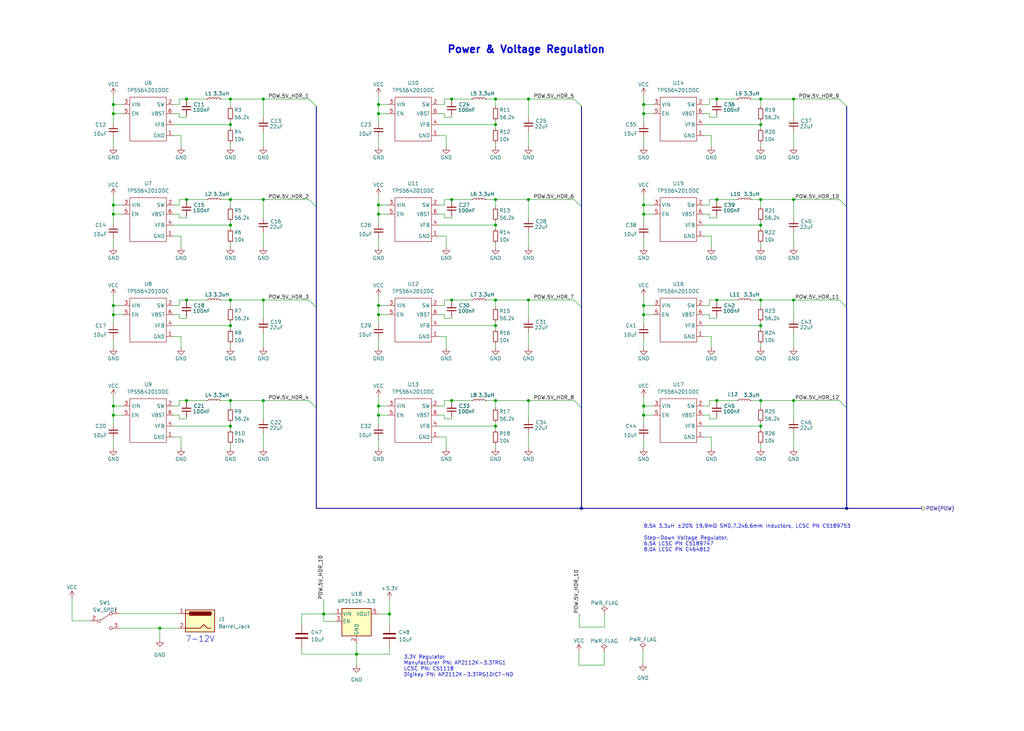
<source format=kicad_sch>
(kicad_sch (version 20230121) (generator eeschema)
  (paper "User" 355.6 254)
  (junction (at 275.59 139.192))
  (junction (at 248.92 139.192))
  (junction (at 264.16 69.342))
  (junction (at 91.44 34.417))
  (junction (at 183.515 69.342))
  (junction (at 248.92 34.417))
  (junction (at 80.01 34.417))
  (junction (at 172.085 113.157))
  (junction (at 39.37 36.322))
  (junction (at 64.77 104.267))
  (junction (at 91.44 104.267))
  (junction (at 80.01 139.192))
  (junction (at 135.255 213.36))
  (junction (at 248.92 104.267))
  (junction (at 156.845 34.417))
  (junction (at 64.77 34.417))
  (junction (at 264.16 34.417))
  (junction (at 183.515 34.417))
  (junction (at 264.16 148.082))
  (junction (at 112.395 213.36))
  (junction (at 80.01 148.082))
  (junction (at 172.085 148.082))
  (junction (at 172.085 104.267))
  (junction (at 223.52 74.422))
  (junction (at 264.16 113.157))
  (junction (at 223.52 39.497))
  (junction (at 91.44 69.342))
  (junction (at 223.52 141.097))
  (junction (at 39.37 109.347))
  (junction (at 39.37 74.422))
  (junction (at 264.16 139.192))
  (junction (at 248.92 69.342))
  (junction (at 80.01 104.267))
  (junction (at 156.845 69.342))
  (junction (at 39.37 141.097))
  (junction (at 131.445 71.247))
  (junction (at 39.37 71.247))
  (junction (at 201.93 176.657))
  (junction (at 172.085 34.417))
  (junction (at 131.445 74.422))
  (junction (at 156.845 104.267))
  (junction (at 172.085 78.232))
  (junction (at 80.01 43.307))
  (junction (at 264.16 78.232))
  (junction (at 123.825 227.33))
  (junction (at 39.37 39.497))
  (junction (at 223.52 106.172))
  (junction (at 223.52 144.272))
  (junction (at 131.445 106.172))
  (junction (at 91.44 139.192))
  (junction (at 172.085 43.307))
  (junction (at 131.445 39.497))
  (junction (at 223.52 109.347))
  (junction (at 275.59 69.342))
  (junction (at 80.01 69.342))
  (junction (at 80.01 78.232))
  (junction (at 223.52 36.322))
  (junction (at 172.085 69.342))
  (junction (at 39.37 106.172))
  (junction (at 264.16 104.267))
  (junction (at 80.01 113.157))
  (junction (at 294.005 176.657))
  (junction (at 55.499 218.313))
  (junction (at 156.845 139.192))
  (junction (at 264.16 43.307))
  (junction (at 131.445 144.272))
  (junction (at 275.59 34.417))
  (junction (at 131.445 141.097))
  (junction (at 183.515 104.267))
  (junction (at 275.59 104.267))
  (junction (at 64.77 69.342))
  (junction (at 131.445 36.322))
  (junction (at 223.52 71.247))
  (junction (at 64.77 139.192))
  (junction (at 39.37 144.272))
  (junction (at 131.445 109.347))
  (junction (at 183.515 139.192))
  (junction (at 172.085 139.192))
  (bus_entry (at 107.315 69.342) (size 2.54 2.54))
  (bus_entry (at 291.465 104.267) (size 2.54 2.54))
  (bus_entry (at 199.39 139.192) (size 2.54 2.54))
  (bus_entry (at 199.39 104.267) (size 2.54 2.54))
  (bus_entry (at 291.465 139.192) (size 2.54 2.54))
  (bus_entry (at 107.315 104.267) (size 2.54 2.54))
  (bus_entry (at 107.315 139.192) (size 2.54 2.54))
  (bus_entry (at 199.39 69.342) (size 2.54 2.54))
  (bus_entry (at 291.465 34.417) (size 2.54 2.54))
  (bus_entry (at 291.465 69.342) (size 2.54 2.54))
  (bus_entry (at 107.315 34.417) (size 2.54 2.54))
  (bus_entry (at 199.39 34.417) (size 2.54 2.54))
  (wire (pts (xy 80.01 113.157) (xy 80.01 114.427)))
  (wire (pts (xy 223.52 74.422) (xy 223.52 77.597)))
  (wire (pts (xy 168.91 139.192) (xy 172.085 139.192)))
  (wire (pts (xy 247.015 82.042) (xy 247.015 85.852)))
  (wire (pts (xy 64.77 104.267) (xy 64.77 104.902)))
  (wire (pts (xy 183.515 115.697) (xy 183.515 120.777)))
  (wire (pts (xy 264.16 78.232) (xy 264.16 79.502)))
  (wire (pts (xy 156.845 69.342) (xy 156.845 69.977)))
  (wire (pts (xy 60.325 144.272) (xy 62.23 144.272)))
  (wire (pts (xy 264.16 139.192) (xy 275.59 139.192)))
  (wire (pts (xy 264.16 69.342) (xy 275.59 69.342)))
  (wire (pts (xy 39.37 144.272) (xy 39.37 147.447)))
  (wire (pts (xy 80.01 34.417) (xy 91.44 34.417)))
  (wire (pts (xy 154.94 47.117) (xy 154.94 50.927)))
  (wire (pts (xy 152.4 74.422) (xy 154.305 74.422)))
  (wire (pts (xy 264.16 104.267) (xy 275.59 104.267)))
  (wire (pts (xy 168.91 104.267) (xy 172.085 104.267)))
  (wire (pts (xy 246.38 109.347) (xy 246.38 110.617)))
  (wire (pts (xy 172.085 49.657) (xy 172.085 50.927)))
  (wire (pts (xy 64.77 34.417) (xy 71.755 34.417)))
  (wire (pts (xy 131.445 144.272) (xy 134.62 144.272)))
  (wire (pts (xy 248.92 69.342) (xy 248.92 69.977)))
  (wire (pts (xy 154.305 74.422) (xy 154.305 75.692)))
  (wire (pts (xy 183.515 34.417) (xy 199.39 34.417)))
  (wire (pts (xy 131.445 152.527) (xy 131.445 155.702)))
  (wire (pts (xy 223.52 39.497) (xy 226.695 39.497)))
  (wire (pts (xy 80.01 76.962) (xy 80.01 78.232)))
  (wire (pts (xy 131.445 36.322) (xy 134.62 36.322)))
  (wire (pts (xy 64.77 139.192) (xy 71.755 139.192)))
  (wire (pts (xy 62.865 47.117) (xy 62.865 50.927)))
  (bus (pts (xy 109.855 176.657) (xy 201.93 176.657)))
  (wire (pts (xy 152.4 113.157) (xy 172.085 113.157)))
  (wire (pts (xy 80.01 104.267) (xy 91.44 104.267)))
  (wire (pts (xy 248.92 139.192) (xy 255.905 139.192)))
  (wire (pts (xy 223.52 144.272) (xy 223.52 147.447)))
  (wire (pts (xy 62.23 36.322) (xy 60.325 36.322)))
  (wire (pts (xy 131.445 109.347) (xy 131.445 112.522)))
  (wire (pts (xy 62.23 40.767) (xy 64.77 40.767)))
  (wire (pts (xy 264.16 69.342) (xy 264.16 71.882)))
  (wire (pts (xy 80.01 34.417) (xy 80.01 36.957)))
  (wire (pts (xy 62.865 151.892) (xy 62.865 155.702)))
  (wire (pts (xy 275.59 80.772) (xy 275.59 85.852)))
  (wire (pts (xy 64.77 75.692) (xy 64.77 75.057)))
  (wire (pts (xy 154.305 104.267) (xy 156.845 104.267)))
  (wire (pts (xy 246.38 74.422) (xy 246.38 75.692)))
  (wire (pts (xy 39.37 47.752) (xy 39.37 50.927)))
  (wire (pts (xy 62.23 139.192) (xy 62.23 141.097)))
  (wire (pts (xy 247.015 47.117) (xy 247.015 50.927)))
  (wire (pts (xy 39.37 106.172) (xy 42.545 106.172)))
  (wire (pts (xy 62.23 104.267) (xy 64.77 104.267)))
  (wire (pts (xy 60.325 109.347) (xy 62.23 109.347)))
  (wire (pts (xy 172.085 69.342) (xy 172.085 71.882)))
  (wire (pts (xy 64.77 69.342) (xy 64.77 69.977)))
  (wire (pts (xy 244.475 74.422) (xy 246.38 74.422)))
  (wire (pts (xy 104.775 213.36) (xy 104.775 217.17)))
  (wire (pts (xy 264.16 104.267) (xy 264.16 106.807)))
  (wire (pts (xy 80.01 84.582) (xy 80.01 85.852)))
  (wire (pts (xy 275.59 115.697) (xy 275.59 120.777)))
  (wire (pts (xy 275.59 69.342) (xy 291.465 69.342)))
  (wire (pts (xy 131.445 82.677) (xy 131.445 85.852)))
  (wire (pts (xy 152.4 47.117) (xy 154.94 47.117)))
  (bus (pts (xy 109.855 36.957) (xy 109.855 71.882)))
  (wire (pts (xy 264.16 154.432) (xy 264.16 155.702)))
  (wire (pts (xy 39.37 33.147) (xy 39.37 36.322)))
  (wire (pts (xy 31.369 215.773) (xy 25.019 215.773)))
  (wire (pts (xy 183.515 34.417) (xy 183.515 40.767)))
  (bus (pts (xy 109.855 106.807) (xy 109.855 141.732)))
  (wire (pts (xy 131.445 144.272) (xy 131.445 147.447)))
  (wire (pts (xy 80.01 139.192) (xy 80.01 141.732)))
  (wire (pts (xy 275.59 150.622) (xy 275.59 155.702)))
  (wire (pts (xy 131.445 74.422) (xy 134.62 74.422)))
  (wire (pts (xy 154.305 141.097) (xy 152.4 141.097)))
  (wire (pts (xy 131.445 74.422) (xy 131.445 77.597)))
  (wire (pts (xy 183.515 139.192) (xy 199.39 139.192)))
  (wire (pts (xy 152.4 148.082) (xy 172.085 148.082)))
  (wire (pts (xy 76.835 139.192) (xy 80.01 139.192)))
  (wire (pts (xy 60.325 113.157) (xy 80.01 113.157)))
  (wire (pts (xy 154.94 151.892) (xy 154.94 155.702)))
  (wire (pts (xy 152.4 109.347) (xy 154.305 109.347)))
  (wire (pts (xy 223.52 106.172) (xy 226.695 106.172)))
  (wire (pts (xy 168.91 34.417) (xy 172.085 34.417)))
  (bus (pts (xy 294.005 36.957) (xy 294.005 71.882)))
  (wire (pts (xy 80.01 111.887) (xy 80.01 113.157)))
  (wire (pts (xy 275.59 34.417) (xy 291.465 34.417)))
  (wire (pts (xy 91.44 80.772) (xy 91.44 85.852)))
  (wire (pts (xy 152.4 116.967) (xy 154.94 116.967)))
  (wire (pts (xy 39.37 71.247) (xy 39.37 74.422)))
  (wire (pts (xy 172.085 34.417) (xy 172.085 36.957)))
  (wire (pts (xy 64.77 139.192) (xy 64.77 139.827)))
  (wire (pts (xy 112.395 208.28) (xy 112.395 213.36)))
  (wire (pts (xy 131.445 47.752) (xy 131.445 50.927)))
  (wire (pts (xy 223.52 141.097) (xy 223.52 144.272)))
  (wire (pts (xy 154.305 110.617) (xy 156.845 110.617)))
  (wire (pts (xy 172.085 42.037) (xy 172.085 43.307)))
  (wire (pts (xy 247.015 116.967) (xy 247.015 120.777)))
  (bus (pts (xy 294.005 176.657) (xy 320.04 176.657)))
  (wire (pts (xy 172.085 119.507) (xy 172.085 120.777)))
  (wire (pts (xy 25.019 207.899) (xy 25.019 215.773)))
  (wire (pts (xy 112.395 213.36) (xy 104.775 213.36)))
  (wire (pts (xy 39.37 109.347) (xy 39.37 112.522)))
  (wire (pts (xy 154.305 69.342) (xy 156.845 69.342)))
  (wire (pts (xy 275.59 45.847) (xy 275.59 50.927)))
  (wire (pts (xy 223.52 71.247) (xy 223.52 74.422)))
  (wire (pts (xy 135.255 224.79) (xy 135.255 227.33)))
  (wire (pts (xy 131.445 137.922) (xy 131.445 141.097)))
  (wire (pts (xy 76.835 34.417) (xy 80.01 34.417)))
  (wire (pts (xy 223.52 106.172) (xy 223.52 109.347)))
  (wire (pts (xy 172.085 84.582) (xy 172.085 85.852)))
  (wire (pts (xy 244.475 148.082) (xy 264.16 148.082)))
  (wire (pts (xy 91.44 104.267) (xy 107.315 104.267)))
  (wire (pts (xy 39.37 152.527) (xy 39.37 155.702)))
  (wire (pts (xy 172.085 104.267) (xy 172.085 106.807)))
  (wire (pts (xy 248.92 34.417) (xy 248.92 35.052)))
  (wire (pts (xy 183.515 104.267) (xy 183.515 110.617)))
  (wire (pts (xy 154.305 69.342) (xy 154.305 71.247)))
  (wire (pts (xy 183.515 80.772) (xy 183.515 85.852)))
  (wire (pts (xy 62.23 145.542) (xy 64.77 145.542)))
  (wire (pts (xy 201.041 226.441) (xy 201.041 231.14)))
  (wire (pts (xy 131.445 102.997) (xy 131.445 106.172)))
  (wire (pts (xy 275.59 139.192) (xy 291.465 139.192)))
  (wire (pts (xy 248.92 75.692) (xy 248.92 75.057)))
  (wire (pts (xy 154.305 109.347) (xy 154.305 110.617)))
  (wire (pts (xy 39.37 117.602) (xy 39.37 120.777)))
  (wire (pts (xy 131.445 68.072) (xy 131.445 71.247)))
  (wire (pts (xy 248.92 69.342) (xy 255.905 69.342)))
  (wire (pts (xy 80.01 43.307) (xy 80.01 44.577)))
  (wire (pts (xy 39.37 102.997) (xy 39.37 106.172)))
  (wire (pts (xy 183.515 45.847) (xy 183.515 50.927)))
  (wire (pts (xy 39.37 74.422) (xy 42.545 74.422)))
  (wire (pts (xy 172.085 34.417) (xy 183.515 34.417)))
  (wire (pts (xy 209.931 217.932) (xy 201.168 217.932)))
  (wire (pts (xy 223.52 117.602) (xy 223.52 120.777)))
  (wire (pts (xy 264.16 84.582) (xy 264.16 85.852)))
  (wire (pts (xy 156.845 139.192) (xy 156.845 139.827)))
  (wire (pts (xy 264.16 49.657) (xy 264.16 50.927)))
  (wire (pts (xy 246.38 34.417) (xy 246.38 36.322)))
  (wire (pts (xy 131.445 71.247) (xy 134.62 71.247)))
  (wire (pts (xy 223.266 226.06) (xy 223.266 230.505)))
  (wire (pts (xy 246.38 40.767) (xy 248.92 40.767)))
  (wire (pts (xy 154.305 36.322) (xy 152.4 36.322)))
  (wire (pts (xy 80.01 139.192) (xy 91.44 139.192)))
  (wire (pts (xy 244.475 78.232) (xy 264.16 78.232)))
  (wire (pts (xy 60.325 39.497) (xy 62.23 39.497)))
  (wire (pts (xy 223.52 137.922) (xy 223.52 141.097)))
  (wire (pts (xy 246.38 139.192) (xy 246.38 141.097)))
  (wire (pts (xy 131.445 106.172) (xy 134.62 106.172)))
  (wire (pts (xy 62.23 69.342) (xy 64.77 69.342)))
  (wire (pts (xy 172.085 139.192) (xy 172.085 141.732)))
  (wire (pts (xy 156.845 34.417) (xy 163.83 34.417)))
  (wire (pts (xy 172.085 78.232) (xy 172.085 79.502)))
  (wire (pts (xy 264.16 34.417) (xy 264.16 36.957)))
  (wire (pts (xy 64.77 145.542) (xy 64.77 144.907)))
  (wire (pts (xy 80.01 69.342) (xy 91.44 69.342)))
  (wire (pts (xy 62.23 139.192) (xy 64.77 139.192)))
  (wire (pts (xy 156.845 110.617) (xy 156.845 109.982)))
  (wire (pts (xy 154.305 34.417) (xy 154.305 36.322)))
  (wire (pts (xy 154.94 82.042) (xy 154.94 85.852)))
  (bus (pts (xy 201.93 71.882) (xy 201.93 106.807)))
  (wire (pts (xy 60.325 43.307) (xy 80.01 43.307)))
  (wire (pts (xy 275.59 104.267) (xy 291.465 104.267)))
  (wire (pts (xy 248.92 34.417) (xy 255.905 34.417)))
  (wire (pts (xy 172.085 111.887) (xy 172.085 113.157)))
  (wire (pts (xy 156.845 104.267) (xy 156.845 104.902)))
  (wire (pts (xy 209.804 226.568) (xy 209.804 231.14)))
  (wire (pts (xy 116.205 215.9) (xy 112.395 215.9)))
  (wire (pts (xy 156.845 69.342) (xy 163.83 69.342)))
  (wire (pts (xy 264.16 76.962) (xy 264.16 78.232)))
  (wire (pts (xy 62.23 39.497) (xy 62.23 40.767)))
  (wire (pts (xy 131.445 71.247) (xy 131.445 74.422)))
  (wire (pts (xy 248.92 145.542) (xy 248.92 144.907)))
  (wire (pts (xy 264.16 42.037) (xy 264.16 43.307)))
  (wire (pts (xy 135.255 227.33) (xy 123.825 227.33)))
  (wire (pts (xy 264.16 146.812) (xy 264.16 148.082)))
  (wire (pts (xy 156.845 40.767) (xy 156.845 40.132)))
  (wire (pts (xy 152.4 144.272) (xy 154.305 144.272)))
  (wire (pts (xy 60.325 82.042) (xy 62.865 82.042)))
  (wire (pts (xy 264.16 111.887) (xy 264.16 113.157)))
  (wire (pts (xy 123.825 227.33) (xy 123.825 223.52)))
  (wire (pts (xy 152.4 43.307) (xy 172.085 43.307)))
  (wire (pts (xy 156.845 34.417) (xy 156.845 35.052)))
  (wire (pts (xy 260.985 34.417) (xy 264.16 34.417)))
  (wire (pts (xy 223.52 102.997) (xy 223.52 106.172)))
  (wire (pts (xy 223.52 47.752) (xy 223.52 50.927)))
  (wire (pts (xy 64.77 104.267) (xy 71.755 104.267)))
  (wire (pts (xy 104.775 227.33) (xy 123.825 227.33)))
  (wire (pts (xy 172.085 113.157) (xy 172.085 114.427)))
  (wire (pts (xy 172.085 104.267) (xy 183.515 104.267)))
  (wire (pts (xy 62.23 34.417) (xy 64.77 34.417)))
  (wire (pts (xy 39.37 109.347) (xy 42.545 109.347)))
  (wire (pts (xy 123.825 227.33) (xy 123.825 231.14)))
  (wire (pts (xy 223.52 36.322) (xy 223.52 39.497)))
  (wire (pts (xy 209.804 231.14) (xy 201.041 231.14)))
  (wire (pts (xy 60.325 47.117) (xy 62.865 47.117)))
  (wire (pts (xy 264.16 139.192) (xy 264.16 141.732)))
  (wire (pts (xy 152.4 82.042) (xy 154.94 82.042)))
  (wire (pts (xy 104.775 224.79) (xy 104.775 227.33)))
  (wire (pts (xy 223.52 68.072) (xy 223.52 71.247)))
  (wire (pts (xy 154.305 40.767) (xy 156.845 40.767)))
  (wire (pts (xy 172.085 139.192) (xy 183.515 139.192)))
  (wire (pts (xy 223.52 74.422) (xy 226.695 74.422)))
  (wire (pts (xy 91.44 104.267) (xy 91.44 110.617)))
  (wire (pts (xy 80.01 148.082) (xy 80.01 149.352)))
  (wire (pts (xy 62.23 71.247) (xy 60.325 71.247)))
  (wire (pts (xy 172.085 76.962) (xy 172.085 78.232)))
  (bus (pts (xy 109.855 71.882) (xy 109.855 106.807)))
  (wire (pts (xy 112.395 215.9) (xy 112.395 213.36)))
  (wire (pts (xy 168.91 69.342) (xy 172.085 69.342)))
  (wire (pts (xy 62.23 69.342) (xy 62.23 71.247)))
  (wire (pts (xy 244.475 43.307) (xy 264.16 43.307)))
  (wire (pts (xy 80.01 49.657) (xy 80.01 50.927)))
  (wire (pts (xy 154.305 139.192) (xy 154.305 141.097)))
  (wire (pts (xy 260.985 104.267) (xy 264.16 104.267)))
  (wire (pts (xy 248.92 104.267) (xy 248.92 104.902)))
  (wire (pts (xy 116.205 213.36) (xy 112.395 213.36)))
  (wire (pts (xy 246.38 71.247) (xy 244.475 71.247)))
  (wire (pts (xy 131.445 39.497) (xy 134.62 39.497)))
  (wire (pts (xy 244.475 109.347) (xy 246.38 109.347)))
  (wire (pts (xy 64.77 34.417) (xy 64.77 35.052)))
  (wire (pts (xy 39.37 39.497) (xy 42.545 39.497)))
  (wire (pts (xy 62.23 104.267) (xy 62.23 106.172)))
  (wire (pts (xy 131.445 141.097) (xy 131.445 144.272)))
  (wire (pts (xy 246.38 69.342) (xy 246.38 71.247)))
  (wire (pts (xy 91.44 69.342) (xy 107.315 69.342)))
  (wire (pts (xy 246.38 141.097) (xy 244.475 141.097)))
  (wire (pts (xy 223.52 109.347) (xy 226.695 109.347)))
  (wire (pts (xy 39.37 141.097) (xy 39.37 144.272)))
  (wire (pts (xy 39.37 137.922) (xy 39.37 141.097)))
  (wire (pts (xy 246.38 39.497) (xy 246.38 40.767)))
  (wire (pts (xy 131.445 36.322) (xy 131.445 39.497)))
  (wire (pts (xy 275.59 104.267) (xy 275.59 110.617)))
  (wire (pts (xy 244.475 116.967) (xy 247.015 116.967)))
  (wire (pts (xy 223.52 152.527) (xy 223.52 155.702)))
  (wire (pts (xy 154.305 144.272) (xy 154.305 145.542)))
  (wire (pts (xy 64.77 40.767) (xy 64.77 40.132)))
  (wire (pts (xy 76.835 104.267) (xy 80.01 104.267)))
  (wire (pts (xy 154.305 106.172) (xy 152.4 106.172)))
  (bus (pts (xy 294.005 141.732) (xy 294.005 176.657)))
  (bus (pts (xy 294.005 106.807) (xy 294.005 141.732)))
  (wire (pts (xy 152.4 78.232) (xy 172.085 78.232)))
  (wire (pts (xy 248.92 139.192) (xy 248.92 139.827)))
  (wire (pts (xy 183.515 69.342) (xy 183.515 75.692)))
  (wire (pts (xy 60.325 151.892) (xy 62.865 151.892)))
  (wire (pts (xy 62.23 106.172) (xy 60.325 106.172)))
  (wire (pts (xy 91.44 139.192) (xy 91.44 145.542)))
  (wire (pts (xy 80.01 154.432) (xy 80.01 155.702)))
  (wire (pts (xy 156.845 139.192) (xy 163.83 139.192)))
  (wire (pts (xy 39.37 144.272) (xy 42.545 144.272)))
  (wire (pts (xy 39.37 68.072) (xy 39.37 71.247)))
  (wire (pts (xy 246.38 110.617) (xy 248.92 110.617)))
  (wire (pts (xy 246.38 34.417) (xy 248.92 34.417)))
  (wire (pts (xy 183.515 139.192) (xy 183.515 145.542)))
  (wire (pts (xy 39.37 36.322) (xy 39.37 39.497)))
  (bus (pts (xy 201.93 36.957) (xy 201.93 71.882)))
  (wire (pts (xy 154.305 39.497) (xy 154.305 40.767)))
  (wire (pts (xy 62.865 116.967) (xy 62.865 120.777)))
  (wire (pts (xy 60.325 78.232) (xy 80.01 78.232)))
  (wire (pts (xy 80.01 119.507) (xy 80.01 120.777)))
  (wire (pts (xy 80.01 104.267) (xy 80.01 106.807)))
  (wire (pts (xy 183.515 104.267) (xy 199.39 104.267)))
  (wire (pts (xy 91.44 115.697) (xy 91.44 120.777)))
  (wire (pts (xy 223.52 39.497) (xy 223.52 42.672)))
  (wire (pts (xy 223.52 82.677) (xy 223.52 85.852)))
  (wire (pts (xy 246.38 106.172) (xy 244.475 106.172)))
  (wire (pts (xy 246.38 145.542) (xy 248.92 145.542)))
  (wire (pts (xy 209.931 213.36) (xy 209.931 217.932)))
  (wire (pts (xy 80.01 42.037) (xy 80.01 43.307)))
  (wire (pts (xy 244.475 82.042) (xy 247.015 82.042)))
  (wire (pts (xy 80.01 69.342) (xy 80.01 71.882)))
  (wire (pts (xy 260.985 69.342) (xy 264.16 69.342)))
  (wire (pts (xy 244.475 113.157) (xy 264.16 113.157)))
  (wire (pts (xy 223.52 144.272) (xy 226.695 144.272)))
  (bus (pts (xy 201.93 106.807) (xy 201.93 141.732)))
  (wire (pts (xy 131.445 33.147) (xy 131.445 36.322)))
  (wire (pts (xy 154.305 71.247) (xy 152.4 71.247)))
  (wire (pts (xy 131.445 117.602) (xy 131.445 120.777)))
  (wire (pts (xy 80.01 146.812) (xy 80.01 148.082)))
  (wire (pts (xy 156.845 75.692) (xy 156.845 75.057)))
  (wire (pts (xy 172.085 146.812) (xy 172.085 148.082)))
  (wire (pts (xy 62.865 82.042) (xy 62.865 85.852)))
  (wire (pts (xy 201.168 213.233) (xy 201.168 217.932)))
  (wire (pts (xy 60.325 74.422) (xy 62.23 74.422)))
  (wire (pts (xy 156.845 104.267) (xy 163.83 104.267)))
  (wire (pts (xy 248.92 104.267) (xy 255.905 104.267)))
  (wire (pts (xy 247.015 151.892) (xy 247.015 155.702)))
  (wire (pts (xy 264.16 113.157) (xy 264.16 114.427)))
  (wire (pts (xy 246.38 139.192) (xy 248.92 139.192)))
  (wire (pts (xy 76.835 69.342) (xy 80.01 69.342)))
  (wire (pts (xy 183.515 150.622) (xy 183.515 155.702)))
  (wire (pts (xy 131.445 141.097) (xy 134.62 141.097)))
  (bus (pts (xy 201.93 141.732) (xy 201.93 176.657)))
  (wire (pts (xy 172.085 43.307) (xy 172.085 44.577)))
  (wire (pts (xy 244.475 151.892) (xy 247.015 151.892)))
  (wire (pts (xy 55.499 218.313) (xy 55.499 222.123)))
  (wire (pts (xy 223.52 109.347) (xy 223.52 112.522)))
  (wire (pts (xy 154.305 75.692) (xy 156.845 75.692)))
  (wire (pts (xy 135.255 213.36) (xy 135.255 217.17)))
  (wire (pts (xy 41.529 218.313) (xy 55.499 218.313)))
  (wire (pts (xy 91.44 69.342) (xy 91.44 75.692)))
  (wire (pts (xy 244.475 144.272) (xy 246.38 144.272)))
  (wire (pts (xy 91.44 139.192) (xy 107.315 139.192)))
  (wire (pts (xy 154.305 104.267) (xy 154.305 106.172)))
  (bus (pts (xy 201.93 176.657) (xy 294.005 176.657)))
  (wire (pts (xy 246.38 104.267) (xy 248.92 104.267)))
  (wire (pts (xy 62.23 109.347) (xy 62.23 110.617)))
  (wire (pts (xy 39.37 36.322) (xy 42.545 36.322)))
  (wire (pts (xy 154.94 116.967) (xy 154.94 120.777)))
  (wire (pts (xy 39.37 74.422) (xy 39.37 77.597)))
  (wire (pts (xy 154.305 145.542) (xy 156.845 145.542)))
  (wire (pts (xy 62.23 74.422) (xy 62.23 75.692)))
  (wire (pts (xy 60.325 148.082) (xy 80.01 148.082)))
  (bus (pts (xy 109.855 141.732) (xy 109.855 176.657)))
  (wire (pts (xy 41.529 213.233) (xy 61.849 213.233)))
  (wire (pts (xy 80.01 78.232) (xy 80.01 79.502)))
  (wire (pts (xy 248.92 110.617) (xy 248.92 109.982)))
  (wire (pts (xy 246.38 36.322) (xy 244.475 36.322)))
  (wire (pts (xy 264.16 148.082) (xy 264.16 149.352)))
  (wire (pts (xy 223.52 141.097) (xy 226.695 141.097)))
  (wire (pts (xy 131.445 39.497) (xy 131.445 42.672)))
  (wire (pts (xy 39.37 39.497) (xy 39.37 42.672)))
  (wire (pts (xy 62.23 144.272) (xy 62.23 145.542)))
  (wire (pts (xy 131.445 106.172) (xy 131.445 109.347)))
  (wire (pts (xy 62.23 141.097) (xy 60.325 141.097)))
  (wire (pts (xy 223.52 71.247) (xy 226.695 71.247)))
  (wire (pts (xy 64.77 110.617) (xy 64.77 109.982)))
  (wire (pts (xy 172.085 148.082) (xy 172.085 149.352)))
  (wire (pts (xy 152.4 151.892) (xy 154.94 151.892)))
  (wire (pts (xy 62.23 34.417) (xy 62.23 36.322)))
  (wire (pts (xy 60.325 116.967) (xy 62.865 116.967)))
  (wire (pts (xy 223.52 33.147) (xy 223.52 36.322)))
  (wire (pts (xy 264.16 43.307) (xy 264.16 44.577)))
  (bus (pts (xy 294.005 71.882) (xy 294.005 106.807)))
  (wire (pts (xy 154.305 139.192) (xy 156.845 139.192)))
  (wire (pts (xy 223.52 36.322) (xy 226.695 36.322)))
  (wire (pts (xy 264.16 119.507) (xy 264.16 120.777)))
  (wire (pts (xy 91.44 150.622) (xy 91.44 155.702)))
  (wire (pts (xy 154.305 34.417) (xy 156.845 34.417)))
  (wire (pts (xy 135.255 208.28) (xy 135.255 213.36)))
  (wire (pts (xy 275.59 34.417) (xy 275.59 40.767)))
  (wire (pts (xy 62.23 110.617) (xy 64.77 110.617)))
  (wire (pts (xy 55.499 218.313) (xy 61.849 218.313)))
  (wire (pts (xy 264.16 34.417) (xy 275.59 34.417)))
  (wire (pts (xy 62.23 75.692) (xy 64.77 75.692)))
  (wire (pts (xy 39.37 71.247) (xy 42.545 71.247)))
  (wire (pts (xy 39.37 106.172) (xy 39.37 109.347)))
  (wire (pts (xy 244.475 39.497) (xy 246.38 39.497)))
  (wire (pts (xy 156.845 145.542) (xy 156.845 144.907)))
  (wire (pts (xy 246.38 69.342) (xy 248.92 69.342)))
  (wire (pts (xy 64.77 69.342) (xy 71.755 69.342)))
  (wire (pts (xy 260.985 139.192) (xy 264.16 139.192)))
  (wire (pts (xy 131.445 109.347) (xy 134.62 109.347)))
  (wire (pts (xy 39.37 82.677) (xy 39.37 85.852)))
  (wire (pts (xy 91.44 45.847) (xy 91.44 50.927)))
  (wire (pts (xy 131.445 213.36) (xy 135.255 213.36)))
  (wire (pts (xy 172.085 69.342) (xy 183.515 69.342)))
  (wire (pts (xy 91.44 34.417) (xy 107.315 34.417)))
  (wire (pts (xy 275.59 139.192) (xy 275.59 145.542)))
  (wire (pts (xy 246.38 144.272) (xy 246.38 145.542)))
  (wire (pts (xy 183.515 69.342) (xy 199.39 69.342)))
  (wire (pts (xy 244.475 47.117) (xy 247.015 47.117)))
  (wire (pts (xy 172.085 154.432) (xy 172.085 155.702)))
  (wire (pts (xy 248.92 40.767) (xy 248.92 40.132)))
  (wire (pts (xy 246.38 75.692) (xy 248.92 75.692)))
  (wire (pts (xy 152.4 39.497) (xy 154.305 39.497)))
  (wire (pts (xy 275.59 69.342) (xy 275.59 75.692)))
  (wire (pts (xy 39.37 141.097) (xy 42.545 141.097)))
  (wire (pts (xy 91.44 34.417) (xy 91.44 40.767)))
  (wire (pts (xy 246.38 104.267) (xy 246.38 106.172)))
  (text "7-12V" (at 64.389 223.393 0) (effects (font (size 2.032 2.032)) (justify left bottom)))
  (text "\n\n8.5A 3.3uH ±20% 19.9mΩ SMD,7.2x6.6mm Inductors, LCSC PN C5189753\n\nStep-Down Voltage Regulator, \n6.5A LCSC PN C5189747\n8.0A LCSC PN C464812" (at 223.52 191.897 0) (effects (font (size 1.27 1.27)) (justify left bottom)))
  (text "3.3V Regulator\nManufacturer PN: AP2112K-3.3TRG1\nLCSC PN: C51118\nDigikey PN: AP2112K-3.3TRG1DICT-ND " (at 140.208 235.331 0) (effects (font (size 1.27 1.27)) (justify left bottom)))
  (text "Power & Voltage Regulation" (at 155.194 18.796 0) (effects (font (size 2.54 2.54) (thickness 0.508) bold) (justify left bottom)))
  (label "POW.5V_HDR_10" (at 201.168 213.233 90))
  (label "POW.5V_HDR_9" (at 291.465 34.417 180))
  (label "POW.5V_HDR_1" (at 107.315 34.417 180))
  (label "POW.5V_HDR_7" (at 199.39 104.267 180))
  (label "POW.5V_HDR_8" (at 199.39 139.192 180))
  (label "POW.5V_HDR_2" (at 107.315 69.342 180))
  (label "POW.5V_HDR_11" (at 291.465 104.267 180))
  (label "POW.5V_HDR_4" (at 107.315 139.192 180))
  (label "POW.5V_HDR_3" (at 107.315 104.267 180))
  (label "POW.5V_HDR_10" (at 291.465 69.342 180))
  (label "POW.5V_HDR_12" (at 291.465 139.192 180))
  (label "POW.5V_HDR_10" (at 112.395 208.28 90))
  (label "POW.5V_HDR_6" (at 199.39 69.342 180))
  (label "POW.5V_HDR_5" (at 199.39 34.417 180))
  (hierarchical_label "POW{POW}" (shape output) (at 320.04 176.657 0))
  (symbol (lib_id "Device:C") (at 135.255 220.98 0) (unit 1)
    (property "Reference" "C48" (at 138.43 219.71 0) (effects (justify left)))
    (property "Value" "10uF" (at 138.43 222.25 0) (effects (justify left)))
    (property "Footprint" "Capacitor_SMD:C_0603_1608Metric" (effects hide))
  )
  (symbol (lib_id "Device:R_Small") (at 264.16 74.422 0) (unit 1)
    (property "Reference" "R21" (at 265.43 73.152 0) (effects (justify left)))
    (property "Value" "56.2k" (at 265.43 75.692 0) (effects (justify left)))
    (property "Footprint" "Resistor_SMD:R_0603_1608Metric" (effects hide))
  )
  (symbol (lib_id "arena_custom:TPS564201DDC") (at 51.435 76.327 0) (unit 1)
    (property "Reference" "U7" (at 51.435 63.754 0))
    (property "Value" "TPS564201DDC" (at 51.435 66.294 0))
    (property "Footprint" "Package_TO_SOT_SMD:SOT-23-6" (effects hide))
  )
  (symbol (lib_id "Device:C_Small") (at 183.515 148.082 180) (unit 1)
    (property "Reference" "C34" (at 189.865 146.812 0) (effects (justify left)))
    (property "Value" "22uF" (at 190.5 148.717 0) (effects (justify left)))
    (property "Footprint" "Capacitor_SMD:C_0603_1608Metric" (effects hide))
  )
  (symbol (lib_id "Device:C_Small") (at 131.445 149.987 0) (unit 1)
    (property "Reference" "C32" (at 125.095 148.082 0) (effects (justify left)))
    (property "Value" "10uF" (at 124.46 151.257 0) (effects (justify left)))
    (property "Footprint" "Capacitor_SMD:C_0603_1608Metric" (effects hide))
  )
  (symbol (lib_id "arena_custom:TPS564201DDC") (at 235.585 111.252 0) (unit 1)
    (property "Reference" "U16" (at 235.585 98.679 0))
    (property "Value" "TPS564201DDC" (at 235.585 101.219 0))
    (property "Footprint" "Package_TO_SOT_SMD:SOT-23-6" (effects hide))
  )
  (symbol (lib_id "arena_custom:TPS564201DDC") (at 51.435 41.402 0) (unit 1)
    (property "Reference" "U6" (at 51.435 28.829 0))
    (property "Value" "TPS564201DDC" (at 51.435 31.369 0))
    (property "Footprint" "Package_TO_SOT_SMD:SOT-23-6" (effects hide))
  )
  (symbol (lib_id "power:GND") (at 39.37 120.777 0) (unit 1)
    (property "Reference" "#PWR023" (effects hide))
    (property "Value" "GND" (at 39.37 124.587 0))
  )
  (symbol (lib_id "arena_custom:TPS564201DDC") (at 51.435 111.252 0) (unit 1)
    (property "Reference" "U8" (at 51.435 98.679 0))
    (property "Value" "TPS564201DDC" (at 51.435 101.219 0))
    (property "Footprint" "Package_TO_SOT_SMD:SOT-23-6" (effects hide))
  )
  (symbol (lib_id "Device:R_Small") (at 172.085 47.117 0) (unit 1)
    (property "Reference" "R12" (at 173.355 45.847 0) (effects (justify left)))
    (property "Value" "10k" (at 173.355 48.387 0) (effects (justify left)))
    (property "Footprint" "Resistor_SMD:R_0603_1608Metric" (effects hide))
  )
  (symbol (lib_id "Device:C_Small") (at 183.515 113.157 180) (unit 1)
    (property "Reference" "C31" (at 189.865 111.887 0) (effects (justify left)))
    (property "Value" "22uF" (at 190.5 113.792 0) (effects (justify left)))
    (property "Footprint" "Capacitor_SMD:C_0603_1608Metric" (effects hide))
  )
  (symbol (lib_id "Device:C_Small") (at 275.59 43.307 180) (unit 1)
    (property "Reference" "C37" (at 281.94 42.037 0) (effects (justify left)))
    (property "Value" "22uF" (at 282.575 43.942 0) (effects (justify left)))
    (property "Footprint" "Capacitor_SMD:C_0603_1608Metric" (effects hide))
  )
  (symbol (lib_id "Device:C_Small") (at 275.59 78.232 180) (unit 1)
    (property "Reference" "C40" (at 281.94 76.962 0) (effects (justify left)))
    (property "Value" "22uF" (at 282.575 78.867 0) (effects (justify left)))
    (property "Footprint" "Capacitor_SMD:C_0603_1608Metric" (effects hide))
  )
  (symbol (lib_id "power:GND") (at 62.865 85.852 0) (unit 1)
    (property "Reference" "#PWR031" (effects hide))
    (property "Value" "GND" (at 62.865 89.662 0))
  )
  (symbol (lib_id "Device:C_Small") (at 64.77 72.517 180) (unit 1)
    (property "Reference" "C15" (at 71.12 71.247 0) (effects (justify left)))
    (property "Value" "100nF" (at 73.025 73.152 0) (effects (justify left)))
    (property "Footprint" "Capacitor_SMD:C_0603_1608Metric" (effects hide))
  )
  (symbol (lib_id "power:GND") (at 62.865 120.777 0) (unit 1)
    (property "Reference" "#PWR032" (effects hide))
    (property "Value" "GND" (at 62.865 124.587 0))
  )
  (symbol (lib_id "arena_custom:TPS564201DDC") (at 143.51 146.177 0) (unit 1)
    (property "Reference" "U13" (at 143.51 133.604 0))
    (property "Value" "TPS564201DDC" (at 143.51 136.144 0))
    (property "Footprint" "Package_TO_SOT_SMD:SOT-23-6" (effects hide))
  )
  (symbol (lib_id "Device:L_Small") (at 258.445 34.417 90) (unit 1)
    (property "Reference" "L9" (at 256.54 32.512 90))
    (property "Value" "3.3uH" (at 260.985 32.512 90))
    (property "Footprint" "arena_custom:CYA0650_3P3UH" (effects hide))
  )
  (symbol (lib_id "Device:C_Small") (at 91.44 43.307 180) (unit 1)
    (property "Reference" "C13" (at 97.79 42.037 0) (effects (justify left)))
    (property "Value" "22uF" (at 98.425 43.942 0) (effects (justify left)))
    (property "Footprint" "Capacitor_SMD:C_0603_1608Metric" (effects hide))
  )
  (symbol (lib_id "power:GND") (at 91.44 50.927 0) (unit 1)
    (property "Reference" "#PWR054" (effects hide))
    (property "Value" "GND" (at 91.44 54.737 0))
  )
  (symbol (lib_id "power:GND") (at 223.52 120.777 0) (unit 1)
    (property "Reference" "#PWR098" (effects hide))
    (property "Value" "GND" (at 223.52 124.587 0))
  )
  (symbol (lib_id "Device:R_Small") (at 264.16 116.967 0) (unit 1)
    (property "Reference" "R24" (at 265.43 115.697 0) (effects (justify left)))
    (property "Value" "10k" (at 265.43 118.237 0) (effects (justify left)))
    (property "Footprint" "Resistor_SMD:R_0603_1608Metric" (effects hide))
  )
  (symbol (lib_id "arena_custom:TPS564201DDC") (at 235.585 146.177 0) (unit 1)
    (property "Reference" "U17" (at 235.585 133.604 0))
    (property "Value" "TPS564201DDC" (at 235.585 136.144 0))
    (property "Footprint" "Package_TO_SOT_SMD:SOT-23-6" (effects hide))
  )
  (symbol (lib_id "Device:R_Small") (at 80.01 74.422 0) (unit 1)
    (property "Reference" "R5" (at 81.28 73.152 0) (effects (justify left)))
    (property "Value" "56.2k" (at 81.28 75.692 0) (effects (justify left)))
    (property "Footprint" "Resistor_SMD:R_0603_1608Metric" (effects hide))
  )
  (symbol (lib_id "power:GND") (at 91.44 120.777 0) (unit 1)
    (property "Reference" "#PWR058" (effects hide))
    (property "Value" "GND" (at 91.44 124.587 0))
  )
  (symbol (lib_id "power:GND") (at 247.015 50.927 0) (unit 1)
    (property "Reference" "#PWR0101" (effects hide))
    (property "Value" "GND" (at 247.015 54.737 0))
  )
  (symbol (lib_id "Device:C_Small") (at 275.59 113.157 180) (unit 1)
    (property "Reference" "C43" (at 281.94 111.887 0) (effects (justify left)))
    (property "Value" "22uF" (at 282.575 113.792 0) (effects (justify left)))
    (property "Footprint" "Capacitor_SMD:C_0603_1608Metric" (effects hide))
  )
  (symbol (lib_id "power:GND") (at 154.94 120.777 0) (unit 1)
    (property "Reference" "#PWR083" (effects hide))
    (property "Value" "GND" (at 154.94 124.587 0))
  )
  (symbol (lib_id "power:VCC") (at 39.37 68.072 0) (unit 1)
    (property "Reference" "#PWR012" (effects hide))
    (property "Value" "VCC" (at 39.37 64.262 0))
  )
  (symbol (lib_id "power:VCC") (at 223.52 137.922 0) (unit 1)
    (property "Reference" "#PWR099" (effects hide))
    (property "Value" "VCC" (at 223.52 134.112 0))
  )
  (symbol (lib_id "Device:L_Small") (at 166.37 104.267 90) (unit 1)
    (property "Reference" "L7" (at 164.465 102.362 90))
    (property "Value" "3.3uH" (at 168.91 102.362 90))
    (property "Footprint" "arena_custom:CYA0650_3P3UH" (effects hide))
  )
  (symbol (lib_id "Device:C_Small") (at 156.845 142.367 180) (unit 1)
    (property "Reference" "C33" (at 163.195 141.097 0) (effects (justify left)))
    (property "Value" "100nF" (at 165.1 143.002 0) (effects (justify left)))
    (property "Footprint" "Capacitor_SMD:C_0603_1608Metric" (effects hide))
  )
  (symbol (lib_id "power:GND") (at 39.37 50.927 0) (unit 1)
    (property "Reference" "#PWR06" (effects hide))
    (property "Value" "GND" (at 39.37 54.737 0))
  )
  (symbol (lib_id "Device:R_Small") (at 80.01 47.117 0) (unit 1)
    (property "Reference" "R4" (at 81.28 45.847 0) (effects (justify left)))
    (property "Value" "10k" (at 81.28 48.387 0) (effects (justify left)))
    (property "Footprint" "Resistor_SMD:R_0603_1608Metric" (effects hide))
  )
  (symbol (lib_id "Device:R_Small") (at 172.085 144.272 0) (unit 1)
    (property "Reference" "R17" (at 173.355 143.002 0) (effects (justify left)))
    (property "Value" "56.2k" (at 173.355 145.542 0) (effects (justify left)))
    (property "Footprint" "Resistor_SMD:R_0603_1608Metric" (effects hide))
  )
  (symbol (lib_id "arena_custom:TPS564201DDC") (at 143.51 41.402 0) (unit 1)
    (property "Reference" "U10" (at 143.51 28.829 0))
    (property "Value" "TPS564201DDC" (at 143.51 31.369 0))
    (property "Footprint" "Package_TO_SOT_SMD:SOT-23-6" (effects hide))
  )
  (symbol (lib_id "power:+3.3V") (at 135.255 208.28 0) (mirror y) (unit 1)
    (property "Reference" "#PWR016" (effects hide))
    (property "Value" "+3.3V" (at 135.255 204.47 0))
  )
  (symbol (lib_id "power:GND") (at 91.44 85.852 0) (unit 1)
    (property "Reference" "#PWR056" (effects hide))
    (property "Value" "GND" (at 91.44 89.662 0))
  )
  (symbol (lib_id "Device:L_Small") (at 258.445 69.342 90) (unit 1)
    (property "Reference" "L10" (at 255.397 67.437 90))
    (property "Value" "3.3uH" (at 260.985 67.437 90))
    (property "Footprint" "arena_custom:CYA0650_3P3UH" (effects hide))
  )
  (symbol (lib_id "Device:R_Small") (at 80.01 144.272 0) (unit 1)
    (property "Reference" "R9" (at 81.28 143.002 0) (effects (justify left)))
    (property "Value" "56.2k" (at 81.28 145.542 0) (effects (justify left)))
    (property "Footprint" "Resistor_SMD:R_0603_1608Metric" (effects hide))
  )
  (symbol (lib_id "power:VCC") (at 223.52 102.997 0) (unit 1)
    (property "Reference" "#PWR097" (effects hide))
    (property "Value" "VCC" (at 223.52 99.187 0))
  )
  (symbol (lib_id "power:VCC") (at 201.041 226.441 0) (unit 1)
    (property "Reference" "#PWR04" (effects hide))
    (property "Value" "VCC" (at 201.041 222.631 0))
  )
  (symbol (lib_id "power:GND") (at 264.16 85.852 0) (unit 1)
    (property "Reference" "#PWR0106" (effects hide))
    (property "Value" "GND" (at 264.16 89.662 0))
  )
  (symbol (lib_id "power:VCC") (at 39.37 102.997 0) (unit 1)
    (property "Reference" "#PWR022" (effects hide))
    (property "Value" "VCC" (at 39.37 99.187 0))
  )
  (symbol (lib_id "power:GND") (at 183.515 120.777 0) (unit 1)
    (property "Reference" "#PWR091" (effects hide))
    (property "Value" "GND" (at 183.515 124.587 0))
  )
  (symbol (lib_id "Device:C_Small") (at 248.92 107.442 180) (unit 1)
    (property "Reference" "C42" (at 255.27 106.172 0) (effects (justify left)))
    (property "Value" "100nF" (at 257.175 108.077 0) (effects (justify left)))
    (property "Footprint" "Capacitor_SMD:C_0603_1608Metric" (effects hide))
  )
  (symbol (lib_id "power:GND") (at 80.01 85.852 0) (unit 1)
    (property "Reference" "#PWR042" (effects hide))
    (property "Value" "GND" (at 80.01 89.662 0))
  )
  (symbol (lib_id "power:PWR_FLAG") (at 209.931 213.36 0) (unit 1)
    (property "Reference" "#FLG04" (effects hide))
    (property "Value" "PWR_FLAG" (at 209.931 209.55 0))
  )
  (symbol (lib_id "power:GND") (at 80.01 120.777 0) (unit 1)
    (property "Reference" "#PWR050" (effects hide))
    (property "Value" "GND" (at 80.01 124.587 0))
  )
  (symbol (lib_id "Device:L_Small") (at 74.295 69.342 90) (unit 1)
    (property "Reference" "L2" (at 72.39 67.437 90))
    (property "Value" "3.3uH" (at 76.835 67.437 90))
    (property "Footprint" "arena_custom:CYA0650_3P3UH" (effects hide))
  )
  (symbol (lib_id "power:GND") (at 131.445 85.852 0) (unit 1)
    (property "Reference" "#PWR075" (effects hide))
    (property "Value" "GND" (at 131.445 89.662 0))
  )
  (symbol (lib_id "Device:C_Small") (at 39.37 115.062 0) (unit 1)
    (property "Reference" "C17" (at 33.02 113.157 0) (effects (justify left)))
    (property "Value" "10uF" (at 32.385 116.332 0) (effects (justify left)))
    (property "Footprint" "Capacitor_SMD:C_0603_1608Metric" (effects hide))
  )
  (symbol (lib_id "arena_custom:TPS564201DDC") (at 51.435 146.177 0) (unit 1)
    (property "Reference" "U9" (at 51.435 133.604 0))
    (property "Value" "TPS564201DDC" (at 51.435 136.144 0))
    (property "Footprint" "Package_TO_SOT_SMD:SOT-23-6" (effects hide))
  )
  (symbol (lib_id "Device:C_Small") (at 156.845 37.592 180) (unit 1)
    (property "Reference" "C24" (at 163.195 36.322 0) (effects (justify left)))
    (property "Value" "100nF" (at 165.1 38.227 0) (effects (justify left)))
    (property "Footprint" "Capacitor_SMD:C_0603_1608Metric" (effects hide))
  )
  (symbol (lib_id "power:GND") (at 223.52 85.852 0) (unit 1)
    (property "Reference" "#PWR096" (effects hide))
    (property "Value" "GND" (at 223.52 89.662 0))
  )
  (symbol (lib_id "Device:L_Small") (at 166.37 139.192 90) (unit 1)
    (property "Reference" "L8" (at 164.465 137.287 90))
    (property "Value" "3.3uH" (at 168.91 137.287 90))
    (property "Footprint" "arena_custom:CYA0650_3P3UH" (effects hide))
  )
  (symbol (lib_id "Device:C_Small") (at 131.445 115.062 0) (unit 1)
    (property "Reference" "C29" (at 125.095 113.157 0) (effects (justify left)))
    (property "Value" "10uF" (at 124.46 116.332 0) (effects (justify left)))
    (property "Footprint" "Capacitor_SMD:C_0603_1608Metric" (effects hide))
  )
  (symbol (lib_id "Connector:Barrel_Jack") (at 69.469 215.773 0) (mirror y) (unit 1)
    (property "Reference" "J1" (at 75.819 215.138 0) (effects (justify right)))
    (property "Value" "Barrel_Jack" (at 75.819 217.678 0) (effects (justify right)))
    (property "Footprint" "arena_custom:DCJACK_2PIN_HIGHCURRENT" (effects hide))
  )
  (symbol (lib_id "Device:R_Small") (at 264.16 109.347 0) (unit 1)
    (property "Reference" "R23" (at 265.43 108.077 0) (effects (justify left)))
    (property "Value" "56.2k" (at 265.43 110.617 0) (effects (justify left)))
    (property "Footprint" "Resistor_SMD:R_0603_1608Metric" (effects hide))
  )
  (symbol (lib_id "arena_custom:TPS564201DDC") (at 235.585 76.327 0) (unit 1)
    (property "Reference" "U15" (at 235.585 63.754 0))
    (property "Value" "TPS564201DDC" (at 235.585 66.294 0))
    (property "Footprint" "Package_TO_SOT_SMD:SOT-23-6" (effects hide))
  )
  (symbol (lib_id "power:VCC") (at 131.445 33.147 0) (unit 1)
    (property "Reference" "#PWR066" (effects hide))
    (property "Value" "VCC" (at 131.445 29.337 0))
  )
  (symbol (lib_id "power:GND") (at 123.825 231.14 0) (unit 1)
    (property "Reference" "#PWR07" (effects hide))
    (property "Value" "GND" (at 123.825 236.22 0))
  )
  (symbol (lib_id "power:VCC") (at 223.52 33.147 0) (unit 1)
    (property "Reference" "#PWR093" (effects hide))
    (property "Value" "VCC" (at 223.52 29.337 0))
  )
  (symbol (lib_id "Device:R_Small") (at 264.16 39.497 0) (unit 1)
    (property "Reference" "R19" (at 265.43 38.227 0) (effects (justify left)))
    (property "Value" "56.2k" (at 265.43 40.767 0) (effects (justify left)))
    (property "Footprint" "Resistor_SMD:R_0603_1608Metric" (effects hide))
  )
  (symbol (lib_id "power:GND") (at 172.085 120.777 0) (unit 1)
    (property "Reference" "#PWR087" (effects hide))
    (property "Value" "GND" (at 172.085 124.587 0))
  )
  (symbol (lib_id "power:VCC") (at 131.445 137.922 0) (unit 1)
    (property "Reference" "#PWR079" (effects hide))
    (property "Value" "VCC" (at 131.445 134.112 0))
  )
  (symbol (lib_id "Switch:SW_SPDT") (at 36.449 215.773 0) (unit 1)
    (property "Reference" "SW1" (at 36.449 209.423 0))
    (property "Value" "SW_SPDT" (at 36.449 211.963 0))
    (property "Footprint" "arena_custom:slide_switch" (effects hide))
  )
  (symbol (lib_id "Device:C_Small") (at 39.37 45.212 0) (unit 1)
    (property "Reference" "C12" (at 33.02 43.307 0) (effects (justify left)))
    (property "Value" "10uF" (at 32.385 46.482 0) (effects (justify left)))
    (property "Footprint" "Capacitor_SMD:C_0603_1608Metric" (effects hide))
  )
  (symbol (lib_id "power:GND") (at 183.515 50.927 0) (unit 1)
    (property "Reference" "#PWR089" (effects hide))
    (property "Value" "GND" (at 183.515 54.737 0))
  )
  (symbol (lib_id "power:GND") (at 39.37 155.702 0) (unit 1)
    (property "Reference" "#PWR027" (effects hide))
    (property "Value" "GND" (at 39.37 159.512 0))
  )
  (symbol (lib_id "Device:C_Small") (at 183.515 78.232 180) (unit 1)
    (property "Reference" "C28" (at 189.865 76.962 0) (effects (justify left)))
    (property "Value" "22uF" (at 190.5 78.867 0) (effects (justify left)))
    (property "Footprint" "Capacitor_SMD:C_0603_1608Metric" (effects hide))
  )
  (symbol (lib_id "power:VCC") (at 223.52 68.072 0) (unit 1)
    (property "Reference" "#PWR095" (effects hide))
    (property "Value" "VCC" (at 223.52 64.262 0))
  )
  (symbol (lib_id "Device:C_Small") (at 223.52 80.137 0) (unit 1)
    (property "Reference" "C38" (at 217.17 78.232 0) (effects (justify left)))
    (property "Value" "10uF" (at 216.535 81.407 0) (effects (justify left)))
    (property "Footprint" "Capacitor_SMD:C_0603_1608Metric" (effects hide))
  )
  (symbol (lib_id "Device:C_Small") (at 156.845 107.442 180) (unit 1)
    (property "Reference" "C30" (at 163.195 106.172 0) (effects (justify left)))
    (property "Value" "100nF" (at 165.1 108.077 0) (effects (justify left)))
    (property "Footprint" "Capacitor_SMD:C_0603_1608Metric" (effects hide))
  )
  (symbol (lib_id "power:GND") (at 172.085 155.702 0) (unit 1)
    (property "Reference" "#PWR088" (effects hide))
    (property "Value" "GND" (at 172.085 159.512 0))
  )
  (symbol (lib_id "Device:C_Small") (at 248.92 72.517 180) (unit 1)
    (property "Reference" "C39" (at 255.27 71.247 0) (effects (justify left)))
    (property "Value" "100nF" (at 257.175 73.152 0) (effects (justify left)))
    (property "Footprint" "Capacitor_SMD:C_0603_1608Metric" (effects hide))
  )
  (symbol (lib_id "Device:R_Small") (at 172.085 39.497 0) (unit 1)
    (property "Reference" "R11" (at 173.355 38.227 0) (effects (justify left)))
    (property "Value" "56.2k" (at 173.355 40.767 0) (effects (justify left)))
    (property "Footprint" "Resistor_SMD:R_0603_1608Metric" (effects hide))
  )
  (symbol (lib_id "power:GND") (at 131.445 50.927 0) (unit 1)
    (property "Reference" "#PWR070" (effects hide))
    (property "Value" "GND" (at 131.445 54.737 0))
  )
  (symbol (lib_id "arena_custom:TPS564201DDC") (at 143.51 76.327 0) (unit 1)
    (property "Reference" "U11" (at 143.51 63.754 0))
    (property "Value" "TPS564201DDC" (at 143.51 66.294 0))
    (property "Footprint" "Package_TO_SOT_SMD:SOT-23-6" (effects hide))
  )
  (symbol (lib_id "power:GND") (at 131.445 120.777 0) (unit 1)
    (property "Reference" "#PWR078" (effects hide))
    (property "Value" "GND" (at 131.445 124.587 0))
  )
  (symbol (lib_id "power:VCC") (at 39.37 33.147 0) (unit 1)
    (property "Reference" "#PWR02" (effects hide))
    (property "Value" "VCC" (at 39.37 29.337 0))
  )
  (symbol (lib_id "power:GND") (at 131.445 155.702 0) (unit 1)
    (property "Reference" "#PWR080" (effects hide))
    (property "Value" "GND" (at 131.445 159.512 0))
  )
  (symbol (lib_id "Device:C_Small") (at 248.92 37.592 180) (unit 1)
    (property "Reference" "C36" (at 255.27 36.322 0) (effects (justify left)))
    (property "Value" "100nF" (at 257.175 38.227 0) (effects (justify left)))
    (property "Footprint" "Capacitor_SMD:C_0603_1608Metric" (effects hide))
  )
  (symbol (lib_id "Device:C_Small") (at 91.44 78.232 180) (unit 1)
    (property "Reference" "C16" (at 97.79 76.962 0) (effects (justify left)))
    (property "Value" "22uF" (at 98.425 78.867 0) (effects (justify left)))
    (property "Footprint" "Capacitor_SMD:C_0603_1608Metric" (effects hide))
  )
  (symbol (lib_id "power:GND") (at 39.37 85.852 0) (unit 1)
    (property "Reference" "#PWR021" (effects hide))
    (property "Value" "GND" (at 39.37 89.662 0))
  )
  (symbol (lib_id "power:GND") (at 264.16 50.927 0) (unit 1)
    (property "Reference" "#PWR0105" (effects hide))
    (property "Value" "GND" (at 264.16 54.737 0))
  )
  (symbol (lib_id "Device:C_Small") (at 275.59 148.082 180) (unit 1)
    (property "Reference" "C46" (at 281.94 146.812 0) (effects (justify left)))
    (property "Value" "22uF" (at 282.575 148.717 0) (effects (justify left)))
    (property "Footprint" "Capacitor_SMD:C_0603_1608Metric" (effects hide))
  )
  (symbol (lib_id "power:GND") (at 154.94 155.702 0) (unit 1)
    (property "Reference" "#PWR084" (effects hide))
    (property "Value" "GND" (at 154.94 159.512 0))
  )
  (symbol (lib_id "power:GND") (at 154.94 85.852 0) (unit 1)
    (property "Reference" "#PWR082" (effects hide))
    (property "Value" "GND" (at 154.94 89.662 0))
  )
  (symbol (lib_id "Device:R_Small") (at 264.16 151.892 0) (unit 1)
    (property "Reference" "R26" (at 265.43 150.622 0) (effects (justify left)))
    (property "Value" "10k" (at 265.43 153.162 0) (effects (justify left)))
    (property "Footprint" "Resistor_SMD:R_0603_1608Metric" (effects hide))
  )
  (symbol (lib_id "Device:C_Small") (at 223.52 115.062 0) (unit 1)
    (property "Reference" "C41" (at 217.17 113.157 0) (effects (justify left)))
    (property "Value" "10uF" (at 216.535 116.332 0) (effects (justify left)))
    (property "Footprint" "Capacitor_SMD:C_0603_1608Metric" (effects hide))
  )
  (symbol (lib_id "arena_custom:TPS564201DDC") (at 235.585 41.402 0) (unit 1)
    (property "Reference" "U14" (at 235.585 28.829 0))
    (property "Value" "TPS564201DDC" (at 235.585 31.369 0))
    (property "Footprint" "Package_TO_SOT_SMD:SOT-23-6" (effects hide))
  )
  (symbol (lib_id "power:GND") (at 275.59 120.777 0) (unit 1)
    (property "Reference" "#PWR0111" (effects hide))
    (property "Value" "GND" (at 275.59 124.587 0))
  )
  (symbol (lib_id "power:GND") (at 183.515 85.852 0) (unit 1)
    (property "Reference" "#PWR090" (effects hide))
    (property "Value" "GND" (at 183.515 89.662 0))
  )
  (symbol (lib_id "power:VCC") (at 131.445 102.997 0) (unit 1)
    (property "Reference" "#PWR076" (effects hide))
    (property "Value" "VCC" (at 131.445 99.187 0))
  )
  (symbol (lib_id "power:VCC") (at 39.37 137.922 0) (unit 1)
    (property "Reference" "#PWR024" (effects hide))
    (property "Value" "VCC" (at 39.37 134.112 0))
  )
  (symbol (lib_id "power:GND") (at 247.015 120.777 0) (unit 1)
    (property "Reference" "#PWR0103" (effects hide))
    (property "Value" "GND" (at 247.015 124.587 0))
  )
  (symbol (lib_id "Device:C_Small") (at 223.52 149.987 0) (unit 1)
    (property "Reference" "C44" (at 217.17 148.082 0) (effects (justify left)))
    (property "Value" "10uF" (at 216.535 151.257 0) (effects (justify left)))
    (property "Footprint" "Capacitor_SMD:C_0603_1608Metric" (effects hide))
  )
  (symbol (lib_id "Device:L_Small") (at 74.295 139.192 90) (unit 1)
    (property "Reference" "L4" (at 72.39 137.287 90))
    (property "Value" "3.3uH" (at 76.835 137.287 90))
    (property "Footprint" "arena_custom:CYA0650_3P3UH" (effects hide))
  )
  (symbol (lib_id "Device:R_Small") (at 80.01 116.967 0) (unit 1)
    (property "Reference" "R8" (at 81.28 115.697 0) (effects (justify left)))
    (property "Value" "10k" (at 81.28 118.237 0) (effects (justify left)))
    (property "Footprint" "Resistor_SMD:R_0603_1608Metric" (effects hide))
  )
  (symbol (lib_id "power:VCC") (at 25.019 207.899 0) (unit 1)
    (property "Reference" "#PWR073" (effects hide))
    (property "Value" "VCC" (at 25.019 204.089 0))
  )
  (symbol (lib_id "Device:C_Small") (at 131.445 45.212 0) (unit 1)
    (property "Reference" "C23" (at 125.095 43.307 0) (effects (justify left)))
    (property "Value" "10uF" (at 124.46 46.482 0) (effects (justify left)))
    (property "Footprint" "Capacitor_SMD:C_0603_1608Metric" (effects hide))
  )
  (symbol (lib_id "power:GND") (at 55.499 222.123 0) (unit 1)
    (property "Reference" "#PWR077" (effects hide))
    (property "Value" "GND" (at 55.499 227.584 0))
  )
  (symbol (lib_id "Device:R_Small") (at 80.01 39.497 0) (unit 1)
    (property "Reference" "R3" (at 81.28 38.227 0) (effects (justify left)))
    (property "Value" "56.2k" (at 81.28 40.767 0) (effects (justify left)))
    (property "Footprint" "Resistor_SMD:R_0603_1608Metric" (effects hide))
  )
  (symbol (lib_id "Device:L_Small") (at 74.295 104.267 90) (unit 1)
    (property "Reference" "L3" (at 72.39 102.362 90))
    (property "Value" "3.3uH" (at 76.835 102.362 90))
    (property "Footprint" "arena_custom:CYA0650_3P3UH" (effects hide))
  )
  (symbol (lib_id "Device:C_Small") (at 64.77 37.592 180) (unit 1)
    (property "Reference" "C11" (at 71.12 36.322 0) (effects (justify left)))
    (property "Value" "100nF" (at 73.025 38.227 0) (effects (justify left)))
    (property "Footprint" "Capacitor_SMD:C_0603_1608Metric" (effects hide))
  )
  (symbol (lib_id "power:GND") (at 183.515 155.702 0) (unit 1)
    (property "Reference" "#PWR092" (effects hide))
    (property "Value" "GND" (at 183.515 159.512 0))
  )
  (symbol (lib_id "Device:C_Small") (at 248.92 142.367 180) (unit 1)
    (property "Reference" "C45" (at 255.27 141.097 0) (effects (justify left)))
    (property "Value" "100nF" (at 257.175 143.002 0) (effects (justify left)))
    (property "Footprint" "Capacitor_SMD:C_0603_1608Metric" (effects hide))
  )
  (symbol (lib_id "Device:L_Small") (at 74.295 34.417 90) (unit 1)
    (property "Reference" "L1" (at 72.39 32.512 90))
    (property "Value" "3.3uH" (at 76.835 32.512 90))
    (property "Footprint" "arena_custom:CYA0650_3P3UH" (effects hide))
  )
  (symbol (lib_id "Device:C_Small") (at 91.44 113.157 180) (unit 1)
    (property "Reference" "C19" (at 97.79 111.887 0) (effects (justify left)))
    (property "Value" "22uF" (at 98.425 113.792 0) (effects (justify left)))
    (property "Footprint" "Capacitor_SMD:C_0603_1608Metric" (effects hide))
  )
  (symbol (lib_id "Device:R_Small") (at 172.085 109.347 0) (unit 1)
    (property "Reference" "R15" (at 173.355 108.077 0) (effects (justify left)))
    (property "Value" "56.2k" (at 173.355 110.617 0) (effects (justify left)))
    (property "Footprint" "Resistor_SMD:R_0603_1608Metric" (effects hide))
  )
  (symbol (lib_id "power:PWR_FLAG") (at 223.266 226.06 0) (unit 1)
    (property "Reference" "#FLG03" (effects hide))
    (property "Value" "PWR_FLAG" (at 223.266 222.25 0))
  )
  (symbol (lib_id "Device:C_Small") (at 91.44 148.082 180) (unit 1)
    (property "Reference" "C22" (at 97.79 146.812 0) (effects (justify left)))
    (property "Value" "22uF" (at 98.425 148.717 0) (effects (justify left)))
    (property "Footprint" "Capacitor_SMD:C_0603_1608Metric" (effects hide))
  )
  (symbol (lib_id "arena_custom:TPS564201DDC") (at 143.51 111.252 0) (unit 1)
    (property "Reference" "U12" (at 143.51 98.679 0))
    (property "Value" "TPS564201DDC" (at 143.51 101.219 0))
    (property "Footprint" "Package_TO_SOT_SMD:SOT-23-6" (effects hide))
  )
  (symbol (lib_id "Device:R_Small") (at 172.085 151.892 0) (unit 1)
    (property "Reference" "R18" (at 173.355 150.622 0) (effects (justify left)))
    (property "Value" "10k" (at 173.355 153.162 0) (effects (justify left)))
    (property "Footprint" "Resistor_SMD:R_0603_1608Metric" (effects hide))
  )
  (symbol (lib_id "Device:L_Small") (at 258.445 139.192 90) (unit 1)
    (property "Reference" "L12" (at 254.508 137.033 90))
    (property "Value" "3.3uH" (at 260.985 137.287 90))
    (property "Footprint" "arena_custom:CYA0650_3P3UH" (effects hide))
  )
  (symbol (lib_id "power:VCC") (at 131.445 68.072 0) (unit 1)
    (property "Reference" "#PWR074" (effects hide))
    (property "Value" "VCC" (at 131.445 64.262 0))
  )
  (symbol (lib_id "Device:C_Small") (at 39.37 80.137 0) (unit 1)
    (property "Reference" "C14" (at 33.02 78.232 0) (effects (justify left)))
    (property "Value" "10uF" (at 32.385 81.407 0) (effects (justify left)))
    (property "Footprint" "Capacitor_SMD:C_0603_1608Metric" (effects hide))
  )
  (symbol (lib_id "power:GND") (at 80.01 50.927 0) (unit 1)
    (property "Reference" "#PWR038" (effects hide))
    (property "Value" "GND" (at 80.01 54.737 0))
  )
  (symbol (lib_id "power:PWR_FLAG") (at 209.804 226.568 0) (unit 1)
    (property "Reference" "#FLG01" (effects hide))
    (property "Value" "PWR_FLAG" (at 209.804 222.758 0))
  )
  (symbol (lib_id "power:GND") (at 172.085 85.852 0) (unit 1)
    (property "Reference" "#PWR086" (effects hide))
    (property "Value" "GND" (at 172.085 89.662 0))
  )
  (symbol (lib_id "power:GND") (at 223.52 50.927 0) (unit 1)
    (property "Reference" "#PWR094" (effects hide))
    (property "Value" "GND" (at 223.52 54.737 0))
  )
  (symbol (lib_id "power:GND") (at 247.015 155.702 0) (unit 1)
    (property "Reference" "#PWR0104" (effects hide))
    (property "Value" "GND" (at 247.015 159.512 0))
  )
  (symbol (lib_id "Device:L_Small") (at 258.445 104.267 90) (unit 1)
    (property "Reference" "L11" (at 255.143 102.362 90))
    (property "Value" "3.3uH" (at 260.985 102.362 90))
    (property "Footprint" "arena_custom:CYA0650_3P3UH" (effects hide))
  )
  (symbol (lib_id "power:GND") (at 91.44 155.702 0) (unit 1)
    (property "Reference" "#PWR063" (effects hide))
    (property "Value" "GND" (at 91.44 159.512 0))
  )
  (symbol (lib_id "Device:R_Small") (at 80.01 109.347 0) (unit 1)
    (property "Reference" "R7" (at 81.28 108.077 0) (effects (justify left)))
    (property "Value" "56.2k" (at 81.28 110.617 0) (effects (justify left)))
    (property "Footprint" "Resistor_SMD:R_0603_1608Metric" (effects hide))
  )
  (symbol (lib_id "power:GND") (at 62.865 155.702 0) (unit 1)
    (property "Reference" "#PWR036" (effects hide))
    (property "Value" "GND" (at 62.865 159.512 0))
  )
  (symbol (lib_id "power:GND") (at 264.16 155.702 0) (unit 1)
    (property "Reference" "#PWR0108" (effects hide))
    (property "Value" "GND" (at 264.16 159.512 0))
  )
  (symbol (lib_id "power:GND") (at 154.94 50.927 0) (unit 1)
    (property "Reference" "#PWR081" (effects hide))
    (property "Value" "GND" (at 154.94 54.737 0))
  )
  (symbol (lib_id "Device:R_Small") (at 264.16 82.042 0) (unit 1)
    (property "Reference" "R22" (at 265.43 80.772 0) (effects (justify left)))
    (property "Value" "10k" (at 265.43 83.312 0) (effects (justify left)))
    (property "Footprint" "Resistor_SMD:R_0603_1608Metric" (effects hide))
  )
  (symbol (lib_id "power:GND") (at 247.015 85.852 0) (unit 1)
    (property "Reference" "#PWR0102" (effects hide))
    (property "Value" "GND" (at 247.015 89.662 0))
  )
  (symbol (lib_id "Device:R_Small") (at 264.16 144.272 0) (unit 1)
    (property "Reference" "R25" (at 265.43 143.002 0) (effects (justify left)))
    (property "Value" "56.2k" (at 265.43 145.542 0) (effects (justify left)))
    (property "Footprint" "Resistor_SMD:R_0603_1608Metric" (effects hide))
  )
  (symbol (lib_id "power:GND") (at 172.085 50.927 0) (unit 1)
    (property "Reference" "#PWR085" (effects hide))
    (property "Value" "GND" (at 172.085 54.737 0))
  )
  (symbol (lib_id "Device:R_Small") (at 80.01 82.042 0) (unit 1)
    (property "Reference" "R6" (at 81.28 80.772 0) (effects (justify left)))
    (property "Value" "10k" (at 81.28 83.312 0) (effects (justify left)))
    (property "Footprint" "Resistor_SMD:R_0603_1608Metric" (effects hide))
  )
  (symbol (lib_id "power:GND") (at 275.59 50.927 0) (unit 1)
    (property "Reference" "#PWR0109" (effects hide))
    (property "Value" "GND" (at 275.59 54.737 0))
  )
  (symbol (lib_id "Device:C_Small") (at 223.52 45.212 0) (unit 1)
    (property "Reference" "C35" (at 217.17 43.307 0) (effects (justify left)))
    (property "Value" "10uF" (at 216.535 46.482 0) (effects (justify left)))
    (property "Footprint" "Capacitor_SMD:C_0603_1608Metric" (effects hide))
  )
  (symbol (lib_id "Device:R_Small") (at 264.16 47.117 0) (unit 1)
    (property "Reference" "R20" (at 265.43 45.847 0) (effects (justify left)))
    (property "Value" "10k" (at 265.43 48.387 0) (effects (justify left)))
    (property "Footprint" "Resistor_SMD:R_0603_1608Metric" (effects hide))
  )
  (symbol (lib_id "power:GND") (at 223.52 155.702 0) (unit 1)
    (property "Reference" "#PWR0100" (effects hide))
    (property "Value" "GND" (at 223.52 159.512 0))
  )
  (symbol (lib_id "power:GND") (at 275.59 85.852 0) (unit 1)
    (property "Reference" "#PWR0110" (effects hide))
    (property "Value" "GND" (at 275.59 89.662 0))
  )
  (symbol (lib_id "Device:C_Small") (at 64.77 107.442 180) (unit 1)
    (property "Reference" "C18" (at 71.12 106.172 0) (effects (justify left)))
    (property "Value" "100nF" (at 73.025 108.077 0) (effects (justify left)))
    (property "Footprint" "Capacitor_SMD:C_0603_1608Metric" (effects hide))
  )
  (symbol (lib_id "power:GND") (at 223.266 230.505 0) (unit 1)
    (property "Reference" "#PWR013" (effects hide))
    (property "Value" "GND" (at 223.266 235.585 0))
  )
  (symbol (lib_id "power:GND") (at 275.59 155.702 0) (unit 1)
    (property "Reference" "#PWR0112" (effects hide))
    (property "Value" "GND" (at 275.59 159.512 0))
  )
  (symbol (lib_id "power:GND") (at 62.865 50.927 0) (unit 1)
    (property "Reference" "#PWR029" (effects hide))
    (property "Value" "GND" (at 62.865 54.737 0))
  )
  (symbol (lib_id "Device:C_Small") (at 183.515 43.307 180) (unit 1)
    (property "Reference" "C25" (at 189.865 42.037 0) (effects (justify left)))
    (property "Value" "22uF" (at 190.5 43.942 0) (effects (justify left)))
    (property "Footprint" "Capacitor_SMD:C_0603_1608Metric" (effects hide))
  )
  (symbol (lib_id "Device:C") (at 104.775 220.98 0) (unit 1)
    (property "Reference" "C47" (at 107.95 219.71 0) (effects (justify left)))
    (property "Value" "10uF" (at 107.95 222.25 0) (effects (justify left)))
    (property "Footprint" "Capacitor_SMD:C_0603_1608Metric" (effects hide))
  )
  (symbol (lib_id "Device:C_Small") (at 64.77 142.367 180) (unit 1)
    (property "Reference" "C21" (at 71.12 141.097 0) (effects (justify left)))
    (property "Value" "100nF" (at 73.025 143.002 0) (effects (justify left)))
    (property "Footprint" "Capacitor_SMD:C_0603_1608Metric" (effects hide))
  )
  (symbol (lib_id "Device:C_Small") (at 39.37 149.987 0) (unit 1)
    (property "Reference" "C20" (at 33.02 148.082 0) (effects (justify left)))
    (property "Value" "10uF" (at 32.385 151.257 0) (effects (justify left)))
    (property "Footprint" "Capacitor_SMD:C_0603_1608Metric" (effects hide))
  )
  (symbol (lib_id "Device:L_Small") (at 166.37 69.342 90) (unit 1)
    (property "Reference" "L6" (at 164.465 67.437 90))
    (property "Value" "3.3uH" (at 168.91 67.437 90))
    (property "Footprint" "arena_custom:CYA0650_3P3UH" (effects hide))
  )
  (symbol (lib_id "power:GND") (at 264.16 120.777 0) (unit 1)
    (property "Reference" "#PWR0107" (effects hide))
    (property "Value" "GND" (at 264.16 124.587 0))
  )
  (symbol (lib_id "Device:C_Small") (at 131.445 80.137 0) (unit 1)
    (property "Reference" "C26" (at 125.095 78.232 0) (effects (justify left)))
    (property "Value" "10uF" (at 124.46 81.407 0) (effects (justify left)))
    (property "Footprint" "Capacitor_SMD:C_0603_1608Metric" (effects hide))
  )
  (symbol (lib_id "power:GND") (at 80.01 155.702 0) (unit 1)
    (property "Reference" "#PWR052" (effects hide))
    (property "Value" "GND" (at 80.01 159.512 0))
  )
  (symbol (lib_id "Device:L_Small") (at 166.37 34.417 90) (unit 1)
    (property "Reference" "L5" (at 164.465 32.512 90))
    (property "Value" "3.3uH" (at 168.91 32.512 90))
    (property "Footprint" "arena_custom:CYA0650_3P3UH" (effects hide))
  )
  (symbol (lib_id "Device:C_Small") (at 156.845 72.517 180) (unit 1)
    (property "Reference" "C27" (at 163.195 71.247 0) (effects (justify left)))
    (property "Value" "100nF" (at 165.1 73.152 0) (effects (justify left)))
    (property "Footprint" "Capacitor_SMD:C_0603_1608Metric" (effects hide))
  )
  (symbol (lib_id "Device:R_Small") (at 172.085 74.422 0) (unit 1)
    (property "Reference" "R13" (at 173.355 73.152 0) (effects (justify left)))
    (property "Value" "56.2k" (at 173.355 75.692 0) (effects (justify left)))
    (property "Footprint" "Resistor_SMD:R_0603_1608Metric" (effects hide))
  )
  (symbol (lib_id "Device:R_Small") (at 172.085 116.967 0) (unit 1)
    (property "Reference" "R16" (at 173.355 115.697 0) (effects (justify left)))
    (property "Value" "10k" (at 173.355 118.237 0) (effects (justify left)))
    (property "Footprint" "Resistor_SMD:R_0603_1608Metric" (effects hide))
  )
  (symbol (lib_id "Device:R_Small") (at 172.085 82.042 0) (unit 1)
    (property "Reference" "R14" (at 173.355 80.772 0) (effects (justify left)))
    (property "Value" "10k" (at 173.355 83.312 0) (effects (justify left)))
    (property "Footprint" "Resistor_SMD:R_0603_1608Metric" (effects hide))
  )
  (symbol (lib_id "Regulator_Linear:AP2112K-3.3") (at 123.825 215.9 0) (unit 1)
    (property "Reference" "U18" (at 123.825 206.375 0))
    (property "Value" "AP2112K-3.3" (at 123.825 208.915 0))
    (property "Footprint" "Package_TO_SOT_SMD:SOT-23-5" (effects hide))
    (property "Datasheet" "https://www.diodes.com/assets/Datasheets/AP2112.pdf" (effects hide))
  )
  (symbol (lib_id "Device:R_Small") (at 80.01 151.892 0) (unit 1)
    (property "Reference" "R10" (at 81.28 150.622 0) (effects (justify left)))
    (property "Value" "10k" (at 81.28 153.162 0) (effects (justify left)))
    (property "Footprint" "Resistor_SMD:R_0603_1608Metric" (effects hide))
  )
)
</source>
